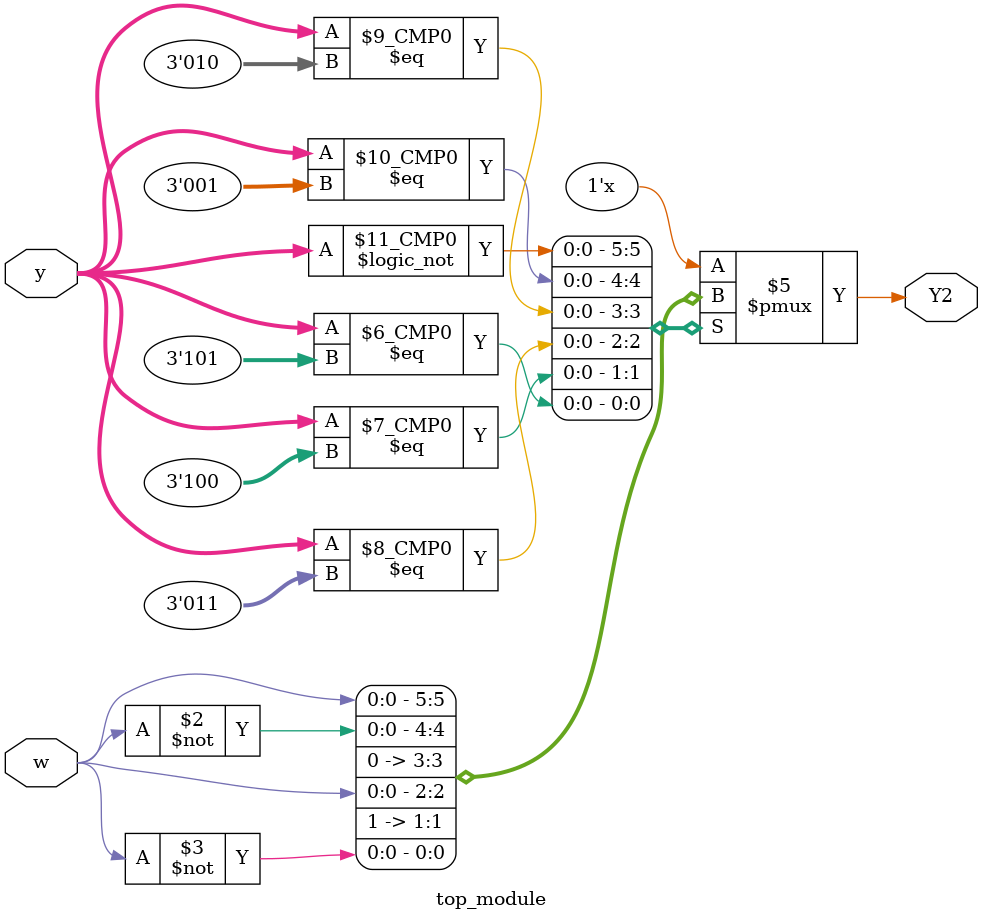
<source format=sv>
module top_module(
    input [3:1] y,
    input w,
    output reg Y2
);

always @(*) begin
    case (y)
        3'b000: Y2 = w; 
        3'b001: Y2 = ~w;
        3'b010: Y2 = 1'b0;
        3'b011: Y2 = w;
        3'b100: Y2 = 1'b1;
        3'b101: Y2 = ~w;
        default: Y2 = 1'bx;
    endcase
end

endmodule

</source>
